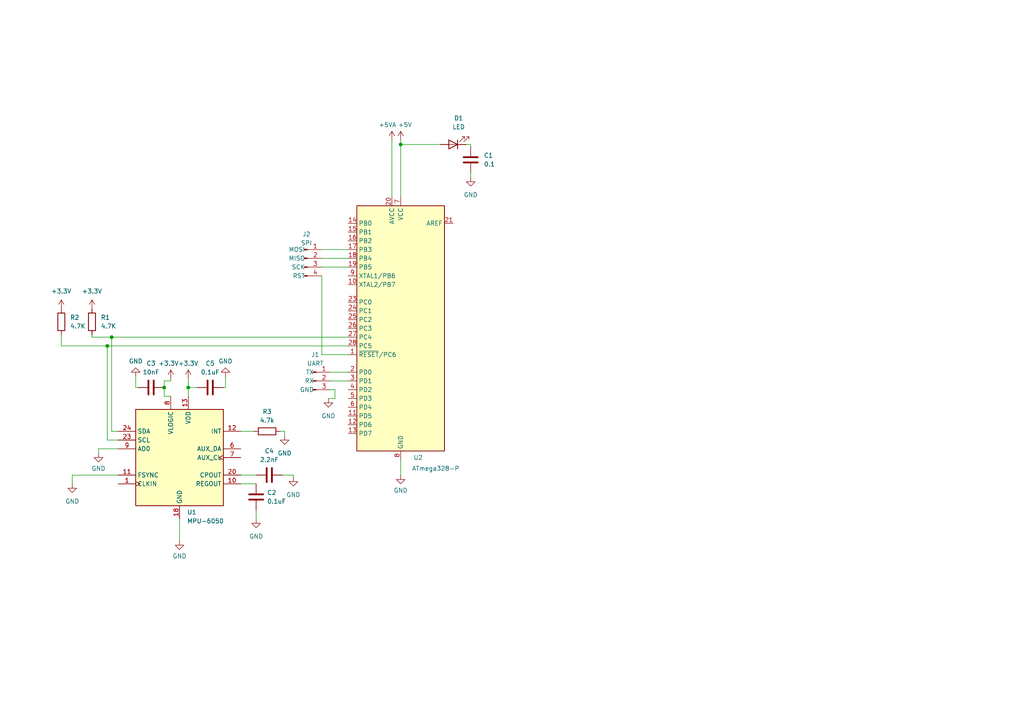
<source format=kicad_sch>
(kicad_sch (version 20230121) (generator eeschema)
  (paper "A4")
  (title_block (title "fc1") (date "2023-08-05") (rev "v0.0.1") (comment 1 "Author: Elton Law") (comment 2 "License CC BY 4.0") (comment 3 "creativecommons.org/licenses/by/4.0/"))
  (lib_symbols
    (symbol "Connector:Conn_01x03_Pin" (pin_names (offset 1.016))
      (property "Reference" "J1" (at 0.635 7.62 0))
      (property "Value" "UART" (at 0.635 5.08 0))
      (symbol "Conn_01x03_Pin_1_1"
        (polyline (pts (xy 1.27 -2.54) (xy 0.8636 -2.54)) (stroke (width 0.1524)))
        (polyline (pts (xy 1.27 0) (xy 0.8636 0)) (stroke (width 0.1524)))
        (polyline (pts (xy 1.27 2.54) (xy 0.8636 2.54)) (stroke (width 0.1524)))
        (rectangle (start 0.8636 -2.413) (end 0 -2.667) (stroke (width 0.1524)) (fill (type outline)))
        (rectangle (start 0.8636 0.127) (end 0 -0.127) (stroke (width 0.1524)) (fill (type outline)))
        (rectangle (start 0.8636 2.667) (end 0 2.413) (stroke (width 0.1524)) (fill (type outline)))
        (pin passive line (at 5.08 2.54 180) (length 3.81) (name "TX") (number "1"))
        (pin passive line (at 5.08 0 180) (length 3.81) (name "RX") (number "2"))
        (pin passive line (at 5.08 -2.54 180) (length 3.81) (name "GND") (number "3"))
      )
    )
    (symbol "Connector:Conn_01x04_Pin" (pin_names (offset 1.016))
      (property "Reference" "J2" (at 0.635 6.985 0))
      (property "Value" "SPI" (at 0.635 4.445 0))
      (symbol "Conn_01x04_Pin_1_1"
        (polyline (pts (xy 1.27 -5.08) (xy 0.8636 -5.08)) (stroke (width 0.1524)))
        (polyline (pts (xy 1.27 -2.54) (xy 0.8636 -2.54)) (stroke (width 0.1524)))
        (polyline (pts (xy 1.27 0) (xy 0.8636 0)) (stroke (width 0.1524)))
        (polyline (pts (xy 1.27 2.54) (xy 0.8636 2.54)) (stroke (width 0.1524)))
        (rectangle (start 0.8636 -4.953) (end 0 -5.207) (stroke (width 0.1524)) (fill (type outline)))
        (rectangle (start 0.8636 -2.413) (end 0 -2.667) (stroke (width 0.1524)) (fill (type outline)))
        (rectangle (start 0.8636 0.127) (end 0 -0.127) (stroke (width 0.1524)) (fill (type outline)))
        (rectangle (start 0.8636 2.667) (end 0 2.413) (stroke (width 0.1524)) (fill (type outline)))
        (pin passive line (at 5.08 2.54 180) (length 3.81) (name "MOSI") (number "1"))
        (pin passive line (at 5.08 0 180) (length 3.81) (name "MISO") (number "2"))
        (pin passive line (at 5.08 -2.54 180) (length 3.81) (name "SCK") (number "3"))
        (pin passive line (at 5.08 -5.08 180) (length 3.81) (name "RST") (number "4"))
      )
    )
    (symbol "Device:C" (pin_numbers hide) (pin_names (offset 0.254))
      (property "Reference" "C" (at 0.635 2.54 0))
      (property "Value" "C" (at 0.635 -2.54 0))
      (symbol "C_0_1"
        (polyline (pts (xy -2.032 -0.762) (xy 2.032 -0.762)) (stroke (width 0.508)))
        (polyline (pts (xy -2.032 0.762) (xy 2.032 0.762)) (stroke (width 0.508)))
      )
      (symbol "C_1_1"
        (pin passive line (at 0 3.81 270) (length 2.794) (name "~") (number "1"))
        (pin passive line (at 0 -3.81 90) (length 2.794) (name "~") (number "2"))
      )
    )
    (symbol "Device:LED" (pin_numbers hide) (pin_names (offset 1.016) hide)
      (property "Reference" "D" (at 0 2.54 0))
      (property "Value" "LED" (at 0 -2.54 0))
      (symbol "LED_0_1"
        (polyline (pts (xy -1.27 -1.27) (xy -1.27 1.27)) (stroke (width 0.254)))
        (polyline (pts (xy -1.27 0) (xy 1.27 0)))
        (polyline (pts (xy 1.27 -1.27) (xy 1.27 1.27) (xy -1.27 0) (xy 1.27 -1.27)) (stroke (width 0.254)))
        (polyline (pts (xy -3.048 -0.762) (xy -4.572 -2.286) (xy -3.81 -2.286) (xy -4.572 -2.286) (xy -4.572 -1.524)))
        (polyline (pts (xy -1.778 -0.762) (xy -3.302 -2.286) (xy -2.54 -2.286) (xy -3.302 -2.286) (xy -3.302 -1.524)))
      )
      (symbol "LED_1_1"
        (pin passive line (at -3.81 0 0) (length 2.54) (name "K") (number "1"))
        (pin passive line (at 3.81 0 180) (length 2.54) (name "A") (number "2"))
      )
    )
    (symbol "Device:R" (pin_numbers hide) (pin_names (offset 0))
      (property "Reference" "R" (at 2.032 0 90))
      (property "Value" "R" (at 0 0 90))
      (symbol "R_0_1"
        (rectangle (start -1.016 -2.54) (end 1.016 2.54) (stroke (width 0.254)))
      )
      (symbol "R_1_1"
        (pin passive line (at 0 3.81 270) (length 1.27) (name "~") (number "1"))
        (pin passive line (at 0 -3.81 90) (length 1.27) (name "~") (number "2"))
      )
    )
    (symbol "MCU_Microchip_ATmega:ATmega328-P"
      (property "Reference" "U" (at -12.7 36.83 0))
      (property "Value" "ATmega328-P" (at 2.54 -36.83 0))
      (symbol "ATmega328-P_0_1"
        (rectangle (start -12.7 -35.56) (end 12.7 35.56) (stroke (width 0.254)) (fill (type background)))
      )
      (symbol "ATmega328-P_1_1"
        (pin bidirectional line (at 15.24 -7.62 180) (length 2.54) (name "~{RESET}/PC6") (number "1"))
        (pin bidirectional line (at 15.24 12.7 180) (length 2.54) (name "XTAL2/PB7") (number "10"))
        (pin bidirectional line (at 15.24 -25.4 180) (length 2.54) (name "PD5") (number "11"))
        (pin bidirectional line (at 15.24 -27.94 180) (length 2.54) (name "PD6") (number "12"))
        (pin bidirectional line (at 15.24 -30.48 180) (length 2.54) (name "PD7") (number "13"))
        (pin bidirectional line (at 15.24 30.48 180) (length 2.54) (name "PB0") (number "14"))
        (pin bidirectional line (at 15.24 27.94 180) (length 2.54) (name "PB1") (number "15"))
        (pin bidirectional line (at 15.24 25.4 180) (length 2.54) (name "PB2") (number "16"))
        (pin bidirectional line (at 15.24 22.86 180) (length 2.54) (name "PB3") (number "17"))
        (pin bidirectional line (at 15.24 20.32 180) (length 2.54) (name "PB4") (number "18"))
        (pin bidirectional line (at 15.24 17.78 180) (length 2.54) (name "PB5") (number "19"))
        (pin bidirectional line (at 15.24 -12.7 180) (length 2.54) (name "PD0") (number "2"))
        (pin power_in line (at 2.54 38.1 270) (length 2.54) (name "AVCC") (number "20"))
        (pin passive line (at -15.24 30.48 0) (length 2.54) (name "AREF") (number "21"))
        (pin passive line (at 0 -38.1 90) (length 2.54) hide (name "GND") (number "22"))
        (pin bidirectional line (at 15.24 7.62 180) (length 2.54) (name "PC0") (number "23"))
        (pin bidirectional line (at 15.24 5.08 180) (length 2.54) (name "PC1") (number "24"))
        (pin bidirectional line (at 15.24 2.54 180) (length 2.54) (name "PC2") (number "25"))
        (pin bidirectional line (at 15.24 0 180) (length 2.54) (name "PC3") (number "26"))
        (pin bidirectional line (at 15.24 -2.54 180) (length 2.54) (name "PC4") (number "27"))
        (pin bidirectional line (at 15.24 -5.08 180) (length 2.54) (name "PC5") (number "28"))
        (pin bidirectional line (at 15.24 -15.24 180) (length 2.54) (name "PD1") (number "3"))
        (pin bidirectional line (at 15.24 -17.78 180) (length 2.54) (name "PD2") (number "4"))
        (pin bidirectional line (at 15.24 -20.32 180) (length 2.54) (name "PD3") (number "5"))
        (pin bidirectional line (at 15.24 -22.86 180) (length 2.54) (name "PD4") (number "6"))
        (pin power_in line (at 0 38.1 270) (length 2.54) (name "VCC") (number "7"))
        (pin power_in line (at 0 -38.1 90) (length 2.54) (name "GND") (number "8"))
        (pin bidirectional line (at 15.24 15.24 180) (length 2.54) (name "XTAL1/PB6") (number "9"))
      )
    )
    (symbol "Sensor_Motion:MPU-6050"
      (property "Reference" "U" (at -11.43 13.97 0))
      (property "Value" "MPU-6050" (at 7.62 -15.24 0))
      (symbol "MPU-6050_0_0"
        (text "" (at 12.7 -2.54 0) (effects (font (size 1.27 1.27))))
      )
      (symbol "MPU-6050_0_1"
        (rectangle (start -12.7 13.97) (end 12.7 -13.97) (stroke (width 0.254)) (fill (type background)))
      )
      (symbol "MPU-6050_1_1"
        (pin input clock (at -17.78 -7.62 0) (length 5.08) (name "CLKIN") (number "1"))
        (pin passive line (at 17.78 -7.62 180) (length 5.08) (name "REGOUT") (number "10"))
        (pin input line (at -17.78 -5.08 0) (length 5.08) (name "FSYNC") (number "11"))
        (pin output line (at 17.78 7.62 180) (length 5.08) (name "INT") (number "12"))
        (pin power_in line (at 2.54 17.78 270) (length 3.81) (name "VDD") (number "13"))
        (pin no_connect line (at -12.7 -10.16 0) (length 2.54) hide (name "NC") (number "14"))
        (pin no_connect line (at 12.7 12.7 180) (length 2.54) hide (name "NC") (number "15"))
        (pin no_connect line (at 12.7 10.16 180) (length 2.54) hide (name "NC") (number "16"))
        (pin no_connect line (at 12.7 5.08 180) (length 2.54) hide (name "NC") (number "17"))
        (pin power_in line (at 0 -17.78 90) (length 3.81) (name "GND") (number "18"))
        (pin no_connect line (at 12.7 -10.16 180) (length 2.54) hide (name "RESV") (number "19"))
        (pin no_connect line (at -12.7 12.7 0) (length 2.54) hide (name "NC") (number "2"))
        (pin passive line (at 17.78 -5.08 180) (length 5.08) (name "CPOUT") (number "20"))
        (pin no_connect line (at 12.7 -2.54 180) (length 2.54) hide (name "RESV") (number "21"))
        (pin no_connect line (at 12.7 -12.7 180) (length 2.54) hide (name "RESV") (number "22"))
        (pin input line (at -17.78 5.08 0) (length 5.08) (name "SCL") (number "23"))
        (pin bidirectional line (at -17.78 7.62 0) (length 5.08) (name "SDA") (number "24"))
        (pin no_connect line (at -12.7 10.16 0) (length 2.54) hide (name "NC") (number "3"))
        (pin no_connect line (at -12.7 0 0) (length 2.54) hide (name "NC") (number "4"))
        (pin no_connect line (at -12.7 -2.54 0) (length 2.54) hide (name "NC") (number "5"))
        (pin bidirectional line (at 17.78 2.54 180) (length 5.08) (name "AUX_DA") (number "6"))
        (pin output clock (at 17.78 0 180) (length 5.08) (name "AUX_CL") (number "7"))
        (pin power_in line (at -2.54 17.78 270) (length 3.81) (name "VLOGIC") (number "8"))
        (pin input line (at -17.78 2.54 0) (length 5.08) (name "AD0") (number "9"))
      )
    )
    (symbol "power:+3.3V" (power) (pin_names (offset 0))
      (property "Value" "+3.3V" (at 0 3.556 0))
      (symbol "+3.3V_0_1"
        (polyline (pts (xy -0.762 1.27) (xy 0 2.54)))
        (polyline (pts (xy 0 0) (xy 0 2.54)))
        (polyline (pts (xy 0 2.54) (xy 0.762 1.27)))
      )
      (symbol "+3.3V_1_1"
        (pin power_in line (at 0 0 90) (length 0) hide (name "+3.3V") (number "1"))
      )
    )
    (symbol "power:+5V" (power) (pin_names (offset 0))
      (property "Value" "+5V" (at 0 3.556 0))
      (symbol "+5V_0_1"
        (polyline (pts (xy -0.762 1.27) (xy 0 2.54)))
        (polyline (pts (xy 0 0) (xy 0 2.54)))
        (polyline (pts (xy 0 2.54) (xy 0.762 1.27)))
      )
      (symbol "+5V_1_1"
        (pin power_in line (at 0 0 90) (length 0) hide (name "+5V") (number "1"))
      )
    )
    (symbol "power:+5VA" (power) (pin_names (offset 0))
      (property "Value" "+5VA" (at 0 3.556 0))
      (symbol "+5VA_0_1"
        (polyline (pts (xy -0.762 1.27) (xy 0 2.54)))
        (polyline (pts (xy 0 0) (xy 0 2.54)))
        (polyline (pts (xy 0 2.54) (xy 0.762 1.27)))
      )
      (symbol "+5VA_1_1"
        (pin power_in line (at 0 0 90) (length 0) hide (name "+5VA") (number "1"))
      )
    )
    (symbol "power:GND" (power) (pin_names (offset 0))
      (property "Value" "GND" (at 0 -3.81 0))
      (symbol "GND_0_1"
        (polyline (pts (xy 0 0) (xy 0 -1.27) (xy 1.27 -1.27) (xy 0 -2.54) (xy -1.27 -1.27) (xy 0 -1.27)))
      )
      (symbol "GND_1_1"
        (pin power_in line (at 0 0 270) (length 0) hide (name "GND") (number "1"))
      )
    )
  )
  (junction (at 32.385 97.79))
  (junction (at 54.61 112.395))
  (junction (at 31.115 100.33))
  (junction (at 116.205 41.91))
  (junction (at 47.625 112.395))
  (wire (pts (xy 20.955 137.795) (xy 34.29 137.795)))
  (wire (pts (xy 116.205 41.91) (xy 116.205 57.15)))
  (wire (pts (xy 49.53 109.855) (xy 49.53 110.49)))
  (wire (pts (xy 32.385 97.79) (xy 32.385 125.095)))
  (wire (pts (xy 17.78 100.33) (xy 31.115 100.33)))
  (wire (pts (xy 116.205 133.35) (xy 116.205 137.795)))
  (wire (pts (xy 93.345 74.93) (xy 100.965 74.93)))
  (wire (pts (xy 69.85 137.795) (xy 74.295 137.795)))
  (wire (pts (xy 136.525 50.165) (xy 136.525 51.435)))
  (wire (pts (xy 74.295 147.955) (xy 74.295 150.495)))
  (wire (pts (xy 54.61 112.395) (xy 57.15 112.395)))
  (wire (pts (xy 39.37 109.22) (xy 39.37 112.395)))
  (wire (pts (xy 97.155 113.03) (xy 97.155 115.57)))
  (wire (pts (xy 116.205 41.91) (xy 127.635 41.91)))
  (wire (pts (xy 28.575 131.445) (xy 28.575 130.175)))
  (wire (pts (xy 136.525 41.91) (xy 136.525 42.545)))
  (wire (pts (xy 31.115 127.635) (xy 34.29 127.635)))
  (wire (pts (xy 116.205 40.64) (xy 116.205 41.91)))
  (wire (pts (xy 95.885 107.95) (xy 100.965 107.95)))
  (wire (pts (xy 113.665 40.64) (xy 113.665 57.15)))
  (wire (pts (xy 52.07 150.495) (xy 52.07 156.845)))
  (wire (pts (xy 81.28 125.095) (xy 82.55 125.095)))
  (wire (pts (xy 34.29 125.095) (xy 32.385 125.095)))
  (wire (pts (xy 54.61 109.855) (xy 54.61 112.395)))
  (wire (pts (xy 47.625 114.935) (xy 49.53 114.935)))
  (wire (pts (xy 47.625 110.49) (xy 47.625 112.395)))
  (wire (pts (xy 26.67 97.155) (xy 26.67 97.79)))
  (wire (pts (xy 100.965 100.33) (xy 31.115 100.33)))
  (wire (pts (xy 97.155 113.03) (xy 95.885 113.03)))
  (wire (pts (xy 26.67 97.79) (xy 32.385 97.79)))
  (wire (pts (xy 31.115 100.33) (xy 31.115 127.635)))
  (wire (pts (xy 81.915 137.795) (xy 85.09 137.795)))
  (wire (pts (xy 97.155 115.57) (xy 95.25 115.57)))
  (wire (pts (xy 93.345 72.39) (xy 100.965 72.39)))
  (wire (pts (xy 93.345 80.01) (xy 93.345 102.87)))
  (wire (pts (xy 135.255 41.91) (xy 136.525 41.91)))
  (wire (pts (xy 47.625 112.395) (xy 47.625 114.935)))
  (wire (pts (xy 39.37 112.395) (xy 40.005 112.395)))
  (wire (pts (xy 85.09 137.795) (xy 85.09 138.43)))
  (wire (pts (xy 65.405 109.22) (xy 65.405 112.395)))
  (wire (pts (xy 17.78 97.155) (xy 17.78 100.33)))
  (wire (pts (xy 69.85 140.335) (xy 74.295 140.335)))
  (wire (pts (xy 28.575 130.175) (xy 34.29 130.175)))
  (wire (pts (xy 93.345 102.87) (xy 100.965 102.87)))
  (wire (pts (xy 65.405 112.395) (xy 64.77 112.395)))
  (wire (pts (xy 93.345 77.47) (xy 100.965 77.47)))
  (wire (pts (xy 82.55 125.095) (xy 82.55 126.365)))
  (wire (pts (xy 69.85 125.095) (xy 73.66 125.095)))
  (wire (pts (xy 32.385 97.79) (xy 100.965 97.79)))
  (wire (pts (xy 95.885 110.49) (xy 100.965 110.49)))
  (wire (pts (xy 20.955 140.335) (xy 20.955 137.795)))
  (wire (pts (xy 54.61 112.395) (xy 54.61 114.935)))
  (wire (pts (xy 49.53 110.49) (xy 47.625 110.49)))
  (symbol (lib_id "power:GND") (at 28.575 131.445 0) (unit 1)
    (property "Reference" "#PWR017" (effects hide))
    (property "Value" "GND" (at 28.575 135.89 0))
  )
  (symbol (lib_id "power:GND") (at 116.205 137.795 0) (unit 1)
    (property "Reference" "#PWR02" (effects hide))
    (property "Value" "GND" (at 116.205 142.24 0))
  )
  (symbol (lib_id "power:+5V") (at 116.205 40.64 0) (unit 1)
    (property "Reference" "#PWR03" (effects hide))
    (property "Value" "+5V" (at 117.475 36.195 0))
  )
  (symbol (lib_id "Device:R") (at 26.67 93.345 0) (unit 1)
    (property "Reference" "R1" (at 29.21 92.075 0) (effects (justify left)))
    (property "Value" "4.7K" (at 29.21 94.615 0) (effects (justify left)))
  )
  (symbol (lib_id "power:GND") (at 74.295 150.495 0) (unit 1)
    (property "Reference" "#PWR011" (effects hide))
    (property "Value" "GND" (at 74.295 155.575 0))
  )
  (symbol (lib_id "power:GND") (at 65.405 109.22 180) (unit 1)
    (property "Reference" "#PWR016" (effects hide))
    (property "Value" "GND" (at 65.405 104.775 0))
  )
  (symbol (lib_id "power:GND") (at 39.37 109.22 0) (mirror x) (unit 1)
    (property "Reference" "#PWR014" (effects hide))
    (property "Value" "GND" (at 39.37 104.775 0))
  )
  (symbol (lib_id "Device:C") (at 43.815 112.395 270) (mirror x) (unit 1)
    (property "Reference" "C3" (at 43.815 105.41 90))
    (property "Value" "10nF" (at 43.815 107.95 90))
  )
  (symbol (lib_id "Device:C") (at 60.96 112.395 90) (unit 1)
    (property "Reference" "C5" (at 60.96 105.41 90))
    (property "Value" "0.1uF" (at 60.96 107.95 90))
  )
  (symbol (lib_id "Device:C") (at 74.295 144.145 0) (unit 1)
    (property "Reference" "C2" (at 77.47 142.875 0) (effects (justify left)))
    (property "Value" "0.1uF" (at 77.47 145.415 0) (effects (justify left)))
  )
  (symbol (lib_id "Device:C") (at 78.105 137.795 90) (unit 1)
    (property "Reference" "C4" (at 78.105 130.81 90))
    (property "Value" "2.2nF" (at 78.105 133.35 90))
  )
  (symbol (lib_id "power:+3.3V") (at 17.78 89.535 0) (unit 1)
    (property "Reference" "#PWR09" (effects hide))
    (property "Value" "+3.3V" (at 17.78 84.455 0))
  )
  (symbol (lib_id "power:GND") (at 85.09 138.43 0) (unit 1)
    (property "Reference" "#PWR015" (effects hide))
    (property "Value" "GND" (at 85.09 143.51 0))
  )
  (symbol (lib_id "power:GND") (at 95.25 115.57 0) (unit 1)
    (property "Reference" "#PWR01" (effects hide))
    (property "Value" "GND" (at 95.25 120.65 0))
  )
  (symbol (lib_id "power:GND") (at 20.955 140.335 0) (unit 1)
    (property "Reference" "#PWR012" (effects hide))
    (property "Value" "GND" (at 20.955 145.415 0))
  )
  (symbol (lib_id "power:GND") (at 52.07 156.845 0) (unit 1)
    (property "Reference" "#PWR07" (effects hide))
    (property "Value" "GND" (at 52.07 161.29 0))
  )
  (symbol (lib_id "power:GND") (at 82.55 126.365 0) (unit 1)
    (property "Reference" "#PWR010" (effects hide))
    (property "Value" "GND" (at 82.55 131.445 0))
  )
  (symbol (lib_id "Device:C") (at 136.525 46.355 0) (unit 1)
    (property "Reference" "C1" (at 140.335 45.085 0) (effects (justify left)))
    (property "Value" "0.1" (at 140.335 47.625 0) (effects (justify left)))
  )
  (symbol (lib_id "power:+5VA") (at 113.665 40.64 0) (unit 1)
    (property "Reference" "#PWR05" (effects hide))
    (property "Value" "+5VA" (at 112.395 36.195 0))
  )
  (symbol (lib_id "power:+3.3V") (at 26.67 89.535 0) (unit 1)
    (property "Reference" "#PWR08" (effects hide))
    (property "Value" "+3.3V" (at 26.67 84.455 0))
  )
  (symbol (lib_id "Connector:Conn_01x04_Pin") (at 88.265 74.93 0) (unit 1)
    (property "Reference" "J2" (at 88.9 67.945 0))
    (property "Value" "SPI" (at 88.9 70.485 0))
    (property "Footprint" "Connector_JST:JST_PH_B4B-PH-K_1x04_P2.00mm_Vertical" (effects hide))
  )
  (symbol (lib_id "Device:LED") (at 131.445 41.91 180) (unit 1)
    (property "Reference" "D1" (at 133.0325 34.29 0))
    (property "Value" "LED" (at 133.0325 36.83 0))
  )
  (symbol (lib_id "MCU_Microchip_ATmega:ATmega328-P") (at 116.205 95.25 0) (mirror y) (unit 1)
    (property "Reference" "U2" (at 121.285 132.715 0))
    (property "Value" "ATmega328-P" (at 126.365 135.89 0))
    (property "Footprint" "Package_DIP:DIP-28_W7.62mm" (effects hide))
    (property "Datasheet" "http://ww1.microchip.com/downloads/en/DeviceDoc/ATmega328_P%20AVR%20MCU%20with%20picoPower%20Technology%20Data%20Sheet%2040001984A.pdf" (effects hide))
  )
  (symbol (lib_id "Connector:Conn_01x03_Pin") (at 90.805 110.49 0) (unit 1)
    (property "Reference" "J1" (at 91.44 102.87 0))
    (property "Value" "UART" (at 91.44 105.41 0))
  )
  (symbol (lib_id "Device:R") (at 17.78 93.345 0) (unit 1)
    (property "Reference" "R2" (at 20.32 92.075 0) (effects (justify left)))
    (property "Value" "4.7K" (at 20.32 94.615 0) (effects (justify left)))
  )
  (symbol (lib_id "power:GND") (at 136.525 51.435 0) (unit 1)
    (property "Reference" "#PWR04" (effects hide))
    (property "Value" "GND" (at 136.525 56.515 0))
  )
  (symbol (lib_id "Device:R") (at 77.47 125.095 90) (unit 1)
    (property "Reference" "R3" (at 77.47 119.38 90))
    (property "Value" "4.7k" (at 77.47 121.92 90))
  )
  (symbol (lib_id "power:+3.3V") (at 54.61 109.855 0) (unit 1)
    (property "Reference" "#PWR06" (effects hide))
    (property "Value" "+3.3V" (at 54.61 105.41 0))
  )
  (symbol (lib_id "Sensor_Motion:MPU-6050") (at 52.07 132.715 0) (unit 1)
    (property "Reference" "U1" (at 54.2641 148.59 0) (effects (justify left)))
    (property "Value" "MPU-6050" (at 54.2641 151.13 0) (effects (justify left)))
    (property "Footprint" "Sensor_Motion:InvenSense_QFN-24_4x4mm_P0.5mm" (effects hide))
    (property "Datasheet" "https://invensense.tdk.com/wp-content/uploads/2015/02/MPU-6000-Datasheet1.pdf" (effects hide))
  )
  (symbol (lib_id "power:+3.3V") (at 49.53 109.855 0) (unit 1)
    (property "Reference" "#PWR013" (effects hide))
    (property "Value" "+3.3V" (at 48.895 105.41 0))
  )
)
</source>
